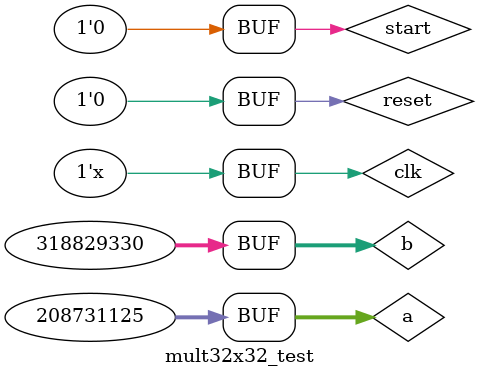
<source format=sv>
module mult32x32_test;

    logic clk;            // Clock
    logic reset;          // Reset
    logic start;          // Start signal
    logic [31:0] a;       // Input a
    logic [31:0] b;       // Input b
    logic busy;           // Multiplier busy indication
    logic [63:0] product; // Miltiplication product

// Put your code here

	mult32x32 uut(
		.clk(clk),
		.reset(reset),
		.start(start),
		.a(a),
		.b(b),
		.busy(busy),
		.product(product)
	);
	
	initial begin
		clk = 1'b0;
		start = 1'b0;
		reset = 1'b1;
		#45
		reset = 1'b0;
		#10
		a = 32'd208731125;
		b = 32'd318829330;
		#10
		start = 1'b1;
		#10
		start = 1'b0;
	end
	always begin
		#5
		clk = ~clk;
	end
		

// End of your code

endmodule

</source>
